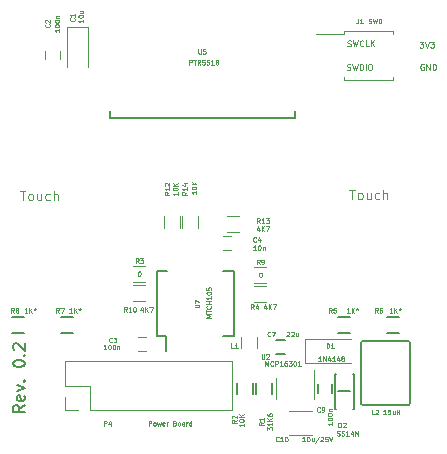
<source format=gto>
G04 #@! TF.GenerationSoftware,KiCad,Pcbnew,no-vcs-found-e797af3~59~ubuntu16.04.1*
G04 #@! TF.CreationDate,2017-07-17T09:32:25+03:00*
G04 #@! TF.ProjectId,livolo_2_channels_1way_eu_switch,6C69766F6C6F5F325F6368616E6E656C,rev?*
G04 #@! TF.SameCoordinates,Original
G04 #@! TF.FileFunction,Legend,Top*
G04 #@! TF.FilePolarity,Positive*
%FSLAX46Y46*%
G04 Gerber Fmt 4.6, Leading zero omitted, Abs format (unit mm)*
G04 Created by KiCad (PCBNEW no-vcs-found-e797af3~59~ubuntu16.04.1) date Mon Jul 17 09:32:25 2017*
%MOMM*%
%LPD*%
G01*
G04 APERTURE LIST*
%ADD10C,0.200000*%
%ADD11C,0.100000*%
%ADD12C,0.150000*%
%ADD13C,0.120000*%
%ADD14R,2.000000X0.812800*%
%ADD15R,0.500000X0.900000*%
%ADD16R,2.000000X1.000000*%
%ADD17R,4.000000X2.000000*%
%ADD18R,1.200000X2.000000*%
%ADD19R,1.200000X1.400000*%
%ADD20R,0.900000X1.200000*%
%ADD21R,0.650000X1.060000*%
%ADD22C,1.500000*%
%ADD23R,1.200000X0.750000*%
%ADD24R,0.750000X1.200000*%
%ADD25R,1.200000X0.900000*%
%ADD26R,0.900000X0.500000*%
%ADD27O,1.350000X1.350000*%
%ADD28R,1.350000X1.350000*%
%ADD29R,1.260000X1.750000*%
%ADD30R,1.000000X1.600000*%
%ADD31R,0.400000X1.200000*%
G04 APERTURE END LIST*
D10*
X127152380Y-110209523D02*
X126676190Y-110542857D01*
X127152380Y-110780952D02*
X126152380Y-110780952D01*
X126152380Y-110400000D01*
X126200000Y-110304761D01*
X126247619Y-110257142D01*
X126342857Y-110209523D01*
X126485714Y-110209523D01*
X126580952Y-110257142D01*
X126628571Y-110304761D01*
X126676190Y-110400000D01*
X126676190Y-110780952D01*
X127104761Y-109400000D02*
X127152380Y-109495238D01*
X127152380Y-109685714D01*
X127104761Y-109780952D01*
X127009523Y-109828571D01*
X126628571Y-109828571D01*
X126533333Y-109780952D01*
X126485714Y-109685714D01*
X126485714Y-109495238D01*
X126533333Y-109400000D01*
X126628571Y-109352380D01*
X126723809Y-109352380D01*
X126819047Y-109828571D01*
X126485714Y-109019047D02*
X127152380Y-108780952D01*
X126485714Y-108542857D01*
X127057142Y-108161904D02*
X127104761Y-108114285D01*
X127152380Y-108161904D01*
X127104761Y-108209523D01*
X127057142Y-108161904D01*
X127152380Y-108161904D01*
X126152380Y-106733333D02*
X126152380Y-106638095D01*
X126200000Y-106542857D01*
X126247619Y-106495238D01*
X126342857Y-106447619D01*
X126533333Y-106400000D01*
X126771428Y-106400000D01*
X126961904Y-106447619D01*
X127057142Y-106495238D01*
X127104761Y-106542857D01*
X127152380Y-106638095D01*
X127152380Y-106733333D01*
X127104761Y-106828571D01*
X127057142Y-106876190D01*
X126961904Y-106923809D01*
X126771428Y-106971428D01*
X126533333Y-106971428D01*
X126342857Y-106923809D01*
X126247619Y-106876190D01*
X126200000Y-106828571D01*
X126152380Y-106733333D01*
X127057142Y-105971428D02*
X127104761Y-105923809D01*
X127152380Y-105971428D01*
X127104761Y-106019047D01*
X127057142Y-105971428D01*
X127152380Y-105971428D01*
X126247619Y-105542857D02*
X126200000Y-105495238D01*
X126152380Y-105400000D01*
X126152380Y-105161904D01*
X126200000Y-105066666D01*
X126247619Y-105019047D01*
X126342857Y-104971428D01*
X126438095Y-104971428D01*
X126580952Y-105019047D01*
X127152380Y-105590476D01*
X127152380Y-104971428D01*
D11*
X154440476Y-81802380D02*
X154511904Y-81826190D01*
X154630952Y-81826190D01*
X154678571Y-81802380D01*
X154702380Y-81778571D01*
X154726190Y-81730952D01*
X154726190Y-81683333D01*
X154702380Y-81635714D01*
X154678571Y-81611904D01*
X154630952Y-81588095D01*
X154535714Y-81564285D01*
X154488095Y-81540476D01*
X154464285Y-81516666D01*
X154440476Y-81469047D01*
X154440476Y-81421428D01*
X154464285Y-81373809D01*
X154488095Y-81350000D01*
X154535714Y-81326190D01*
X154654761Y-81326190D01*
X154726190Y-81350000D01*
X154892857Y-81326190D02*
X155011904Y-81826190D01*
X155107142Y-81469047D01*
X155202380Y-81826190D01*
X155321428Y-81326190D01*
X155511904Y-81826190D02*
X155511904Y-81326190D01*
X155630952Y-81326190D01*
X155702380Y-81350000D01*
X155750000Y-81397619D01*
X155773809Y-81445238D01*
X155797619Y-81540476D01*
X155797619Y-81611904D01*
X155773809Y-81707142D01*
X155750000Y-81754761D01*
X155702380Y-81802380D01*
X155630952Y-81826190D01*
X155511904Y-81826190D01*
X156011904Y-81826190D02*
X156011904Y-81326190D01*
X156345238Y-81326190D02*
X156440476Y-81326190D01*
X156488095Y-81350000D01*
X156535714Y-81397619D01*
X156559523Y-81492857D01*
X156559523Y-81659523D01*
X156535714Y-81754761D01*
X156488095Y-81802380D01*
X156440476Y-81826190D01*
X156345238Y-81826190D01*
X156297619Y-81802380D01*
X156250000Y-81754761D01*
X156226190Y-81659523D01*
X156226190Y-81492857D01*
X156250000Y-81397619D01*
X156297619Y-81350000D01*
X156345238Y-81326190D01*
X160919047Y-81350000D02*
X160871428Y-81326190D01*
X160800000Y-81326190D01*
X160728571Y-81350000D01*
X160680952Y-81397619D01*
X160657142Y-81445238D01*
X160633333Y-81540476D01*
X160633333Y-81611904D01*
X160657142Y-81707142D01*
X160680952Y-81754761D01*
X160728571Y-81802380D01*
X160800000Y-81826190D01*
X160847619Y-81826190D01*
X160919047Y-81802380D01*
X160942857Y-81778571D01*
X160942857Y-81611904D01*
X160847619Y-81611904D01*
X161157142Y-81826190D02*
X161157142Y-81326190D01*
X161442857Y-81826190D01*
X161442857Y-81326190D01*
X161680952Y-81826190D02*
X161680952Y-81326190D01*
X161800000Y-81326190D01*
X161871428Y-81350000D01*
X161919047Y-81397619D01*
X161942857Y-81445238D01*
X161966666Y-81540476D01*
X161966666Y-81611904D01*
X161942857Y-81707142D01*
X161919047Y-81754761D01*
X161871428Y-81802380D01*
X161800000Y-81826190D01*
X161680952Y-81826190D01*
X154469047Y-79802380D02*
X154540476Y-79826190D01*
X154659523Y-79826190D01*
X154707142Y-79802380D01*
X154730952Y-79778571D01*
X154754761Y-79730952D01*
X154754761Y-79683333D01*
X154730952Y-79635714D01*
X154707142Y-79611904D01*
X154659523Y-79588095D01*
X154564285Y-79564285D01*
X154516666Y-79540476D01*
X154492857Y-79516666D01*
X154469047Y-79469047D01*
X154469047Y-79421428D01*
X154492857Y-79373809D01*
X154516666Y-79350000D01*
X154564285Y-79326190D01*
X154683333Y-79326190D01*
X154754761Y-79350000D01*
X154921428Y-79326190D02*
X155040476Y-79826190D01*
X155135714Y-79469047D01*
X155230952Y-79826190D01*
X155350000Y-79326190D01*
X155826190Y-79778571D02*
X155802380Y-79802380D01*
X155730952Y-79826190D01*
X155683333Y-79826190D01*
X155611904Y-79802380D01*
X155564285Y-79754761D01*
X155540476Y-79707142D01*
X155516666Y-79611904D01*
X155516666Y-79540476D01*
X155540476Y-79445238D01*
X155564285Y-79397619D01*
X155611904Y-79350000D01*
X155683333Y-79326190D01*
X155730952Y-79326190D01*
X155802380Y-79350000D01*
X155826190Y-79373809D01*
X156278571Y-79826190D02*
X156040476Y-79826190D01*
X156040476Y-79326190D01*
X156445238Y-79826190D02*
X156445238Y-79326190D01*
X156730952Y-79826190D02*
X156516666Y-79540476D01*
X156730952Y-79326190D02*
X156445238Y-79611904D01*
X160580952Y-79426190D02*
X160890476Y-79426190D01*
X160723809Y-79616666D01*
X160795238Y-79616666D01*
X160842857Y-79640476D01*
X160866666Y-79664285D01*
X160890476Y-79711904D01*
X160890476Y-79830952D01*
X160866666Y-79878571D01*
X160842857Y-79902380D01*
X160795238Y-79926190D01*
X160652380Y-79926190D01*
X160604761Y-79902380D01*
X160580952Y-79878571D01*
X161033333Y-79426190D02*
X161200000Y-79926190D01*
X161366666Y-79426190D01*
X161485714Y-79426190D02*
X161795238Y-79426190D01*
X161628571Y-79616666D01*
X161700000Y-79616666D01*
X161747619Y-79640476D01*
X161771428Y-79664285D01*
X161795238Y-79711904D01*
X161795238Y-79830952D01*
X161771428Y-79878571D01*
X161747619Y-79902380D01*
X161700000Y-79926190D01*
X161557142Y-79926190D01*
X161509523Y-79902380D01*
X161485714Y-79878571D01*
D12*
X134374400Y-85929200D02*
X134374400Y-85270074D01*
X149995400Y-85929200D02*
X134374156Y-85929200D01*
X149995400Y-85294200D02*
X149995400Y-85929707D01*
D13*
X147600000Y-101480000D02*
X146600000Y-101480000D01*
X146600000Y-100120000D02*
X147600000Y-100120000D01*
X147600000Y-99880000D02*
X146600000Y-99880000D01*
X146600000Y-98520000D02*
X147600000Y-98520000D01*
X137350000Y-101380000D02*
X136350000Y-101380000D01*
X136350000Y-100020000D02*
X137350000Y-100020000D01*
X137350000Y-99780000D02*
X136350000Y-99780000D01*
X136350000Y-98420000D02*
X137350000Y-98420000D01*
X151775000Y-78800000D02*
X154215000Y-78800000D01*
X158335000Y-82660000D02*
X158335000Y-82400000D01*
X154215000Y-82660000D02*
X158335000Y-82660000D01*
X154215000Y-82400000D02*
X154215000Y-82660000D01*
X158335000Y-78540000D02*
X158335000Y-78800000D01*
X154215000Y-78540000D02*
X158335000Y-78540000D01*
X154215000Y-78800000D02*
X154215000Y-78540000D01*
D12*
X155600000Y-110075000D02*
X155775000Y-110200000D01*
X159800000Y-110050000D02*
X159675000Y-110200000D01*
X159675000Y-110200000D02*
X155800000Y-110200000D01*
X159800000Y-104850000D02*
X159600000Y-104750000D01*
X159800000Y-110050000D02*
X159800000Y-104850000D01*
X155800000Y-104750000D02*
X159600000Y-104750000D01*
X155600000Y-110075000D02*
X155600000Y-104875000D01*
X155600000Y-104875000D02*
X155800000Y-104750000D01*
D10*
X154700000Y-109000000D02*
X153700000Y-109000000D01*
D12*
X155000000Y-110500000D02*
X154900000Y-110500000D01*
X155000000Y-107600000D02*
X155000000Y-110500000D01*
X153400000Y-107600000D02*
X153400000Y-110501723D01*
X153500000Y-110500000D02*
X153400000Y-110500000D01*
X153500000Y-107600000D02*
X153400000Y-107600000D01*
X155000000Y-107600000D02*
X154900000Y-107600000D01*
X145125000Y-109300000D02*
X145125000Y-108300000D01*
X146475000Y-108300000D02*
X146475000Y-109300000D01*
D13*
X151610000Y-109700000D02*
X151610000Y-107250000D01*
X148390000Y-107900000D02*
X148390000Y-109700000D01*
D12*
X148450000Y-104700000D02*
X149150000Y-104700000D01*
X149150000Y-105900000D02*
X148450000Y-105900000D01*
X152000000Y-109150000D02*
X152000000Y-108450000D01*
X153200000Y-108450000D02*
X153200000Y-109150000D01*
D13*
X150850000Y-104600000D02*
X154750000Y-104600000D01*
X150850000Y-106600000D02*
X154750000Y-106600000D01*
X150850000Y-104600000D02*
X150850000Y-106600000D01*
D12*
X148075000Y-108300000D02*
X148075000Y-109300000D01*
X146725000Y-109300000D02*
X146725000Y-108300000D01*
X153700000Y-102725000D02*
X154700000Y-102725000D01*
X154700000Y-104075000D02*
X153700000Y-104075000D01*
X158800000Y-104075000D02*
X157800000Y-104075000D01*
X157800000Y-102725000D02*
X158800000Y-102725000D01*
X131200000Y-104075000D02*
X130200000Y-104075000D01*
X130200000Y-102725000D02*
X131200000Y-102725000D01*
X126100000Y-102725000D02*
X127100000Y-102725000D01*
X127100000Y-104075000D02*
X126100000Y-104075000D01*
D13*
X145420000Y-105400000D02*
X145420000Y-104400000D01*
X146780000Y-104400000D02*
X146780000Y-105400000D01*
X130590000Y-110610000D02*
X130590000Y-109550000D01*
X131650000Y-110610000D02*
X130590000Y-110610000D01*
X132650000Y-108550000D02*
X132650000Y-110610000D01*
X130590000Y-108550000D02*
X132650000Y-108550000D01*
X130590000Y-106490000D02*
X130590000Y-108550000D01*
X144710000Y-106490000D02*
X130590000Y-106490000D01*
X144710000Y-110610000D02*
X144710000Y-106490000D01*
X132650000Y-110610000D02*
X144710000Y-110610000D01*
X132500000Y-78150000D02*
X130700000Y-78150000D01*
X130700000Y-78150000D02*
X130700000Y-81600000D01*
X132500000Y-78150000D02*
X132500000Y-81600000D01*
X130100000Y-80200000D02*
X130100000Y-80900000D01*
X128900000Y-80900000D02*
X128900000Y-80200000D01*
X149500000Y-112720000D02*
X151500000Y-112720000D01*
X151500000Y-110680000D02*
X149500000Y-110680000D01*
X136750000Y-104400000D02*
X137450000Y-104400000D01*
X137450000Y-105600000D02*
X136750000Y-105600000D01*
X144650000Y-97100000D02*
X143950000Y-97100000D01*
X143950000Y-95900000D02*
X144650000Y-95900000D01*
X138920000Y-95200000D02*
X138920000Y-94200000D01*
X140280000Y-94200000D02*
X140280000Y-95200000D01*
X144300000Y-94220000D02*
X145300000Y-94220000D01*
X145300000Y-95580000D02*
X144300000Y-95580000D01*
X141780000Y-94200000D02*
X141780000Y-95200000D01*
X140420000Y-95200000D02*
X140420000Y-94200000D01*
D12*
X139125000Y-104375000D02*
X139125000Y-105650000D01*
X144875000Y-104375000D02*
X144875000Y-98825000D01*
X138325000Y-104375000D02*
X138325000Y-98825000D01*
X144875000Y-104375000D02*
X143975000Y-104375000D01*
X144875000Y-98825000D02*
X143975000Y-98825000D01*
X138325000Y-98825000D02*
X139225000Y-98825000D01*
X138325000Y-104375000D02*
X139125000Y-104375000D01*
D11*
X141842038Y-80071352D02*
X141842038Y-80395161D01*
X141861085Y-80433257D01*
X141880133Y-80452304D01*
X141918228Y-80471352D01*
X141994419Y-80471352D01*
X142032514Y-80452304D01*
X142051561Y-80433257D01*
X142070609Y-80395161D01*
X142070609Y-80071352D01*
X142451561Y-80071352D02*
X142261085Y-80071352D01*
X142242038Y-80261828D01*
X142261085Y-80242780D01*
X142299180Y-80223733D01*
X142394419Y-80223733D01*
X142432514Y-80242780D01*
X142451561Y-80261828D01*
X142470609Y-80299923D01*
X142470609Y-80395161D01*
X142451561Y-80433257D01*
X142432514Y-80452304D01*
X142394419Y-80471352D01*
X142299180Y-80471352D01*
X142261085Y-80452304D01*
X142242038Y-80433257D01*
X141080952Y-81380952D02*
X141080952Y-80980952D01*
X141233333Y-80980952D01*
X141271428Y-81000000D01*
X141290476Y-81019047D01*
X141309523Y-81057142D01*
X141309523Y-81114285D01*
X141290476Y-81152380D01*
X141271428Y-81171428D01*
X141233333Y-81190476D01*
X141080952Y-81190476D01*
X141423809Y-80980952D02*
X141652380Y-80980952D01*
X141538095Y-81380952D02*
X141538095Y-80980952D01*
X142014285Y-81380952D02*
X141880952Y-81190476D01*
X141785714Y-81380952D02*
X141785714Y-80980952D01*
X141938095Y-80980952D01*
X141976190Y-81000000D01*
X141995238Y-81019047D01*
X142014285Y-81057142D01*
X142014285Y-81114285D01*
X141995238Y-81152380D01*
X141976190Y-81171428D01*
X141938095Y-81190476D01*
X141785714Y-81190476D01*
X142376190Y-80980952D02*
X142185714Y-80980952D01*
X142166666Y-81171428D01*
X142185714Y-81152380D01*
X142223809Y-81133333D01*
X142319047Y-81133333D01*
X142357142Y-81152380D01*
X142376190Y-81171428D01*
X142395238Y-81209523D01*
X142395238Y-81304761D01*
X142376190Y-81342857D01*
X142357142Y-81361904D01*
X142319047Y-81380952D01*
X142223809Y-81380952D01*
X142185714Y-81361904D01*
X142166666Y-81342857D01*
X142757142Y-80980952D02*
X142566666Y-80980952D01*
X142547619Y-81171428D01*
X142566666Y-81152380D01*
X142604761Y-81133333D01*
X142700000Y-81133333D01*
X142738095Y-81152380D01*
X142757142Y-81171428D01*
X142776190Y-81209523D01*
X142776190Y-81304761D01*
X142757142Y-81342857D01*
X142738095Y-81361904D01*
X142700000Y-81380952D01*
X142604761Y-81380952D01*
X142566666Y-81361904D01*
X142547619Y-81342857D01*
X143157142Y-81380952D02*
X142928571Y-81380952D01*
X143042857Y-81380952D02*
X143042857Y-80980952D01*
X143004761Y-81038095D01*
X142966666Y-81076190D01*
X142928571Y-81095238D01*
X143385714Y-81152380D02*
X143347619Y-81133333D01*
X143328571Y-81114285D01*
X143309523Y-81076190D01*
X143309523Y-81057142D01*
X143328571Y-81019047D01*
X143347619Y-81000000D01*
X143385714Y-80980952D01*
X143461904Y-80980952D01*
X143500000Y-81000000D01*
X143519047Y-81019047D01*
X143538095Y-81057142D01*
X143538095Y-81076190D01*
X143519047Y-81114285D01*
X143500000Y-81133333D01*
X143461904Y-81152380D01*
X143385714Y-81152380D01*
X143347619Y-81171428D01*
X143328571Y-81190476D01*
X143309523Y-81228571D01*
X143309523Y-81304761D01*
X143328571Y-81342857D01*
X143347619Y-81361904D01*
X143385714Y-81380952D01*
X143461904Y-81380952D01*
X143500000Y-81361904D01*
X143519047Y-81342857D01*
X143538095Y-81304761D01*
X143538095Y-81228571D01*
X143519047Y-81190476D01*
X143500000Y-81171428D01*
X143461904Y-81152380D01*
X146533333Y-102080952D02*
X146400000Y-101890476D01*
X146304761Y-102080952D02*
X146304761Y-101680952D01*
X146457142Y-101680952D01*
X146495238Y-101700000D01*
X146514285Y-101719047D01*
X146533333Y-101757142D01*
X146533333Y-101814285D01*
X146514285Y-101852380D01*
X146495238Y-101871428D01*
X146457142Y-101890476D01*
X146304761Y-101890476D01*
X146876190Y-101814285D02*
X146876190Y-102080952D01*
X146780952Y-101661904D02*
X146685714Y-101947619D01*
X146933333Y-101947619D01*
X147585714Y-101814285D02*
X147585714Y-102080952D01*
X147490476Y-101661904D02*
X147395238Y-101947619D01*
X147642857Y-101947619D01*
X147795238Y-102080952D02*
X147795238Y-101680952D01*
X148023809Y-102080952D02*
X147852380Y-101852380D01*
X148023809Y-101680952D02*
X147795238Y-101909523D01*
X148157142Y-101680952D02*
X148423809Y-101680952D01*
X148252380Y-102080952D01*
X147033333Y-98280952D02*
X146900000Y-98090476D01*
X146804761Y-98280952D02*
X146804761Y-97880952D01*
X146957142Y-97880952D01*
X146995238Y-97900000D01*
X147014285Y-97919047D01*
X147033333Y-97957142D01*
X147033333Y-98014285D01*
X147014285Y-98052380D01*
X146995238Y-98071428D01*
X146957142Y-98090476D01*
X146804761Y-98090476D01*
X147223809Y-98280952D02*
X147300000Y-98280952D01*
X147338095Y-98261904D01*
X147357142Y-98242857D01*
X147395238Y-98185714D01*
X147414285Y-98109523D01*
X147414285Y-97957142D01*
X147395238Y-97919047D01*
X147376190Y-97900000D01*
X147338095Y-97880952D01*
X147261904Y-97880952D01*
X147223809Y-97900000D01*
X147204761Y-97919047D01*
X147185714Y-97957142D01*
X147185714Y-98052380D01*
X147204761Y-98090476D01*
X147223809Y-98109523D01*
X147261904Y-98128571D01*
X147338095Y-98128571D01*
X147376190Y-98109523D01*
X147395238Y-98090476D01*
X147414285Y-98052380D01*
X147080952Y-98980952D02*
X147119047Y-98980952D01*
X147157142Y-99000000D01*
X147176190Y-99019047D01*
X147195238Y-99057142D01*
X147214285Y-99133333D01*
X147214285Y-99228571D01*
X147195238Y-99304761D01*
X147176190Y-99342857D01*
X147157142Y-99361904D01*
X147119047Y-99380952D01*
X147080952Y-99380952D01*
X147042857Y-99361904D01*
X147023809Y-99342857D01*
X147004761Y-99304761D01*
X146985714Y-99228571D01*
X146985714Y-99133333D01*
X147004761Y-99057142D01*
X147023809Y-99019047D01*
X147042857Y-99000000D01*
X147080952Y-98980952D01*
X135792857Y-102280952D02*
X135659523Y-102090476D01*
X135564285Y-102280952D02*
X135564285Y-101880952D01*
X135716666Y-101880952D01*
X135754761Y-101900000D01*
X135773809Y-101919047D01*
X135792857Y-101957142D01*
X135792857Y-102014285D01*
X135773809Y-102052380D01*
X135754761Y-102071428D01*
X135716666Y-102090476D01*
X135564285Y-102090476D01*
X136173809Y-102280952D02*
X135945238Y-102280952D01*
X136059523Y-102280952D02*
X136059523Y-101880952D01*
X136021428Y-101938095D01*
X135983333Y-101976190D01*
X135945238Y-101995238D01*
X136421428Y-101880952D02*
X136459523Y-101880952D01*
X136497619Y-101900000D01*
X136516666Y-101919047D01*
X136535714Y-101957142D01*
X136554761Y-102033333D01*
X136554761Y-102128571D01*
X136535714Y-102204761D01*
X136516666Y-102242857D01*
X136497619Y-102261904D01*
X136459523Y-102280952D01*
X136421428Y-102280952D01*
X136383333Y-102261904D01*
X136364285Y-102242857D01*
X136345238Y-102204761D01*
X136326190Y-102128571D01*
X136326190Y-102033333D01*
X136345238Y-101957142D01*
X136364285Y-101919047D01*
X136383333Y-101900000D01*
X136421428Y-101880952D01*
X137135714Y-102014285D02*
X137135714Y-102280952D01*
X137040476Y-101861904D02*
X136945238Y-102147619D01*
X137192857Y-102147619D01*
X137345238Y-102280952D02*
X137345238Y-101880952D01*
X137573809Y-102280952D02*
X137402380Y-102052380D01*
X137573809Y-101880952D02*
X137345238Y-102109523D01*
X137707142Y-101880952D02*
X137973809Y-101880952D01*
X137802380Y-102280952D01*
X136783333Y-98180952D02*
X136650000Y-97990476D01*
X136554761Y-98180952D02*
X136554761Y-97780952D01*
X136707142Y-97780952D01*
X136745238Y-97800000D01*
X136764285Y-97819047D01*
X136783333Y-97857142D01*
X136783333Y-97914285D01*
X136764285Y-97952380D01*
X136745238Y-97971428D01*
X136707142Y-97990476D01*
X136554761Y-97990476D01*
X136916666Y-97780952D02*
X137164285Y-97780952D01*
X137030952Y-97933333D01*
X137088095Y-97933333D01*
X137126190Y-97952380D01*
X137145238Y-97971428D01*
X137164285Y-98009523D01*
X137164285Y-98104761D01*
X137145238Y-98142857D01*
X137126190Y-98161904D01*
X137088095Y-98180952D01*
X136973809Y-98180952D01*
X136935714Y-98161904D01*
X136916666Y-98142857D01*
X136830952Y-98880952D02*
X136869047Y-98880952D01*
X136907142Y-98900000D01*
X136926190Y-98919047D01*
X136945238Y-98957142D01*
X136964285Y-99033333D01*
X136964285Y-99128571D01*
X136945238Y-99204761D01*
X136926190Y-99242857D01*
X136907142Y-99261904D01*
X136869047Y-99280952D01*
X136830952Y-99280952D01*
X136792857Y-99261904D01*
X136773809Y-99242857D01*
X136754761Y-99204761D01*
X136735714Y-99128571D01*
X136735714Y-99033333D01*
X136754761Y-98957142D01*
X136773809Y-98919047D01*
X136792857Y-98900000D01*
X136830952Y-98880952D01*
X155366666Y-77480952D02*
X155366666Y-77766666D01*
X155347619Y-77823809D01*
X155309523Y-77861904D01*
X155252380Y-77880952D01*
X155214285Y-77880952D01*
X155766666Y-77880952D02*
X155538095Y-77880952D01*
X155652380Y-77880952D02*
X155652380Y-77480952D01*
X155614285Y-77538095D01*
X155576190Y-77576190D01*
X155538095Y-77595238D01*
X156257142Y-77861904D02*
X156314285Y-77880952D01*
X156409523Y-77880952D01*
X156447619Y-77861904D01*
X156466666Y-77842857D01*
X156485714Y-77804761D01*
X156485714Y-77766666D01*
X156466666Y-77728571D01*
X156447619Y-77709523D01*
X156409523Y-77690476D01*
X156333333Y-77671428D01*
X156295238Y-77652380D01*
X156276190Y-77633333D01*
X156257142Y-77595238D01*
X156257142Y-77557142D01*
X156276190Y-77519047D01*
X156295238Y-77500000D01*
X156333333Y-77480952D01*
X156428571Y-77480952D01*
X156485714Y-77500000D01*
X156619047Y-77480952D02*
X156714285Y-77880952D01*
X156790476Y-77595238D01*
X156866666Y-77880952D01*
X156961904Y-77480952D01*
X157114285Y-77880952D02*
X157114285Y-77480952D01*
X157209523Y-77480952D01*
X157266666Y-77500000D01*
X157304761Y-77538095D01*
X157323809Y-77576190D01*
X157342857Y-77652380D01*
X157342857Y-77709523D01*
X157323809Y-77785714D01*
X157304761Y-77823809D01*
X157266666Y-77861904D01*
X157209523Y-77880952D01*
X157114285Y-77880952D01*
X156733333Y-110980952D02*
X156542857Y-110980952D01*
X156542857Y-110580952D01*
X156847619Y-110619047D02*
X156866666Y-110600000D01*
X156904761Y-110580952D01*
X157000000Y-110580952D01*
X157038095Y-110600000D01*
X157057142Y-110619047D01*
X157076190Y-110657142D01*
X157076190Y-110695238D01*
X157057142Y-110752380D01*
X156828571Y-110980952D01*
X157076190Y-110980952D01*
X157733333Y-110980952D02*
X157504761Y-110980952D01*
X157619047Y-110980952D02*
X157619047Y-110580952D01*
X157580952Y-110638095D01*
X157542857Y-110676190D01*
X157504761Y-110695238D01*
X158095238Y-110580952D02*
X157904761Y-110580952D01*
X157885714Y-110771428D01*
X157904761Y-110752380D01*
X157942857Y-110733333D01*
X158038095Y-110733333D01*
X158076190Y-110752380D01*
X158095238Y-110771428D01*
X158114285Y-110809523D01*
X158114285Y-110904761D01*
X158095238Y-110942857D01*
X158076190Y-110961904D01*
X158038095Y-110980952D01*
X157942857Y-110980952D01*
X157904761Y-110961904D01*
X157885714Y-110942857D01*
X158457142Y-110714285D02*
X158457142Y-110980952D01*
X158285714Y-110714285D02*
X158285714Y-110923809D01*
X158304761Y-110961904D01*
X158342857Y-110980952D01*
X158400000Y-110980952D01*
X158438095Y-110961904D01*
X158457142Y-110942857D01*
X158647619Y-110980952D02*
X158647619Y-110580952D01*
X158647619Y-110771428D02*
X158876190Y-110771428D01*
X158876190Y-110980952D02*
X158876190Y-110580952D01*
X153704761Y-112080952D02*
X153704761Y-111680952D01*
X153800000Y-111680952D01*
X153857142Y-111700000D01*
X153895238Y-111738095D01*
X153914285Y-111776190D01*
X153933333Y-111852380D01*
X153933333Y-111909523D01*
X153914285Y-111985714D01*
X153895238Y-112023809D01*
X153857142Y-112061904D01*
X153800000Y-112080952D01*
X153704761Y-112080952D01*
X154085714Y-111719047D02*
X154104761Y-111700000D01*
X154142857Y-111680952D01*
X154238095Y-111680952D01*
X154276190Y-111700000D01*
X154295238Y-111719047D01*
X154314285Y-111757142D01*
X154314285Y-111795238D01*
X154295238Y-111852380D01*
X154066666Y-112080952D01*
X154314285Y-112080952D01*
X153585714Y-112761904D02*
X153642857Y-112780952D01*
X153738095Y-112780952D01*
X153776190Y-112761904D01*
X153795238Y-112742857D01*
X153814285Y-112704761D01*
X153814285Y-112666666D01*
X153795238Y-112628571D01*
X153776190Y-112609523D01*
X153738095Y-112590476D01*
X153661904Y-112571428D01*
X153623809Y-112552380D01*
X153604761Y-112533333D01*
X153585714Y-112495238D01*
X153585714Y-112457142D01*
X153604761Y-112419047D01*
X153623809Y-112400000D01*
X153661904Y-112380952D01*
X153757142Y-112380952D01*
X153814285Y-112400000D01*
X153966666Y-112761904D02*
X154023809Y-112780952D01*
X154119047Y-112780952D01*
X154157142Y-112761904D01*
X154176190Y-112742857D01*
X154195238Y-112704761D01*
X154195238Y-112666666D01*
X154176190Y-112628571D01*
X154157142Y-112609523D01*
X154119047Y-112590476D01*
X154042857Y-112571428D01*
X154004761Y-112552380D01*
X153985714Y-112533333D01*
X153966666Y-112495238D01*
X153966666Y-112457142D01*
X153985714Y-112419047D01*
X154004761Y-112400000D01*
X154042857Y-112380952D01*
X154138095Y-112380952D01*
X154195238Y-112400000D01*
X154576190Y-112780952D02*
X154347619Y-112780952D01*
X154461904Y-112780952D02*
X154461904Y-112380952D01*
X154423809Y-112438095D01*
X154385714Y-112476190D01*
X154347619Y-112495238D01*
X154919047Y-112514285D02*
X154919047Y-112780952D01*
X154823809Y-112361904D02*
X154728571Y-112647619D01*
X154976190Y-112647619D01*
X155128571Y-112780952D02*
X155128571Y-112380952D01*
X155261904Y-112666666D01*
X155395238Y-112380952D01*
X155395238Y-112780952D01*
X145080952Y-111466666D02*
X144890476Y-111600000D01*
X145080952Y-111695238D02*
X144680952Y-111695238D01*
X144680952Y-111542857D01*
X144700000Y-111504761D01*
X144719047Y-111485714D01*
X144757142Y-111466666D01*
X144814285Y-111466666D01*
X144852380Y-111485714D01*
X144871428Y-111504761D01*
X144890476Y-111542857D01*
X144890476Y-111695238D01*
X144719047Y-111314285D02*
X144700000Y-111295238D01*
X144680952Y-111257142D01*
X144680952Y-111161904D01*
X144700000Y-111123809D01*
X144719047Y-111104761D01*
X144757142Y-111085714D01*
X144795238Y-111085714D01*
X144852380Y-111104761D01*
X145080952Y-111333333D01*
X145080952Y-111085714D01*
X145680952Y-111776190D02*
X145680952Y-112004761D01*
X145680952Y-111890476D02*
X145280952Y-111890476D01*
X145338095Y-111928571D01*
X145376190Y-111966666D01*
X145395238Y-112004761D01*
X145280952Y-111528571D02*
X145280952Y-111490476D01*
X145300000Y-111452380D01*
X145319047Y-111433333D01*
X145357142Y-111414285D01*
X145433333Y-111395238D01*
X145528571Y-111395238D01*
X145604761Y-111414285D01*
X145642857Y-111433333D01*
X145661904Y-111452380D01*
X145680952Y-111490476D01*
X145680952Y-111528571D01*
X145661904Y-111566666D01*
X145642857Y-111585714D01*
X145604761Y-111604761D01*
X145528571Y-111623809D01*
X145433333Y-111623809D01*
X145357142Y-111604761D01*
X145319047Y-111585714D01*
X145300000Y-111566666D01*
X145280952Y-111528571D01*
X145680952Y-111223809D02*
X145280952Y-111223809D01*
X145680952Y-110995238D02*
X145452380Y-111166666D01*
X145280952Y-110995238D02*
X145509523Y-111223809D01*
X147195238Y-105880952D02*
X147195238Y-106204761D01*
X147214285Y-106242857D01*
X147233333Y-106261904D01*
X147271428Y-106280952D01*
X147347619Y-106280952D01*
X147385714Y-106261904D01*
X147404761Y-106242857D01*
X147423809Y-106204761D01*
X147423809Y-105880952D01*
X147595238Y-105919047D02*
X147614285Y-105900000D01*
X147652380Y-105880952D01*
X147747619Y-105880952D01*
X147785714Y-105900000D01*
X147804761Y-105919047D01*
X147823809Y-105957142D01*
X147823809Y-105995238D01*
X147804761Y-106052380D01*
X147576190Y-106280952D01*
X147823809Y-106280952D01*
X147514285Y-106880952D02*
X147514285Y-106480952D01*
X147647619Y-106766666D01*
X147780952Y-106480952D01*
X147780952Y-106880952D01*
X148200000Y-106842857D02*
X148180952Y-106861904D01*
X148123809Y-106880952D01*
X148085714Y-106880952D01*
X148028571Y-106861904D01*
X147990476Y-106823809D01*
X147971428Y-106785714D01*
X147952380Y-106709523D01*
X147952380Y-106652380D01*
X147971428Y-106576190D01*
X147990476Y-106538095D01*
X148028571Y-106500000D01*
X148085714Y-106480952D01*
X148123809Y-106480952D01*
X148180952Y-106500000D01*
X148200000Y-106519047D01*
X148371428Y-106880952D02*
X148371428Y-106480952D01*
X148523809Y-106480952D01*
X148561904Y-106500000D01*
X148580952Y-106519047D01*
X148600000Y-106557142D01*
X148600000Y-106614285D01*
X148580952Y-106652380D01*
X148561904Y-106671428D01*
X148523809Y-106690476D01*
X148371428Y-106690476D01*
X148980952Y-106880952D02*
X148752380Y-106880952D01*
X148866666Y-106880952D02*
X148866666Y-106480952D01*
X148828571Y-106538095D01*
X148790476Y-106576190D01*
X148752380Y-106595238D01*
X149323809Y-106480952D02*
X149247619Y-106480952D01*
X149209523Y-106500000D01*
X149190476Y-106519047D01*
X149152380Y-106576190D01*
X149133333Y-106652380D01*
X149133333Y-106804761D01*
X149152380Y-106842857D01*
X149171428Y-106861904D01*
X149209523Y-106880952D01*
X149285714Y-106880952D01*
X149323809Y-106861904D01*
X149342857Y-106842857D01*
X149361904Y-106804761D01*
X149361904Y-106709523D01*
X149342857Y-106671428D01*
X149323809Y-106652380D01*
X149285714Y-106633333D01*
X149209523Y-106633333D01*
X149171428Y-106652380D01*
X149152380Y-106671428D01*
X149133333Y-106709523D01*
X149495238Y-106480952D02*
X149742857Y-106480952D01*
X149609523Y-106633333D01*
X149666666Y-106633333D01*
X149704761Y-106652380D01*
X149723809Y-106671428D01*
X149742857Y-106709523D01*
X149742857Y-106804761D01*
X149723809Y-106842857D01*
X149704761Y-106861904D01*
X149666666Y-106880952D01*
X149552380Y-106880952D01*
X149514285Y-106861904D01*
X149495238Y-106842857D01*
X149990476Y-106480952D02*
X150028571Y-106480952D01*
X150066666Y-106500000D01*
X150085714Y-106519047D01*
X150104761Y-106557142D01*
X150123809Y-106633333D01*
X150123809Y-106728571D01*
X150104761Y-106804761D01*
X150085714Y-106842857D01*
X150066666Y-106861904D01*
X150028571Y-106880952D01*
X149990476Y-106880952D01*
X149952380Y-106861904D01*
X149933333Y-106842857D01*
X149914285Y-106804761D01*
X149895238Y-106728571D01*
X149895238Y-106633333D01*
X149914285Y-106557142D01*
X149933333Y-106519047D01*
X149952380Y-106500000D01*
X149990476Y-106480952D01*
X150504761Y-106880952D02*
X150276190Y-106880952D01*
X150390476Y-106880952D02*
X150390476Y-106480952D01*
X150352380Y-106538095D01*
X150314285Y-106576190D01*
X150276190Y-106595238D01*
X147933333Y-104342857D02*
X147914285Y-104361904D01*
X147857142Y-104380952D01*
X147819047Y-104380952D01*
X147761904Y-104361904D01*
X147723809Y-104323809D01*
X147704761Y-104285714D01*
X147685714Y-104209523D01*
X147685714Y-104152380D01*
X147704761Y-104076190D01*
X147723809Y-104038095D01*
X147761904Y-104000000D01*
X147819047Y-103980952D01*
X147857142Y-103980952D01*
X147914285Y-104000000D01*
X147933333Y-104019047D01*
X148066666Y-103980952D02*
X148333333Y-103980952D01*
X148161904Y-104380952D01*
X149314285Y-104019047D02*
X149333333Y-104000000D01*
X149371428Y-103980952D01*
X149466666Y-103980952D01*
X149504761Y-104000000D01*
X149523809Y-104019047D01*
X149542857Y-104057142D01*
X149542857Y-104095238D01*
X149523809Y-104152380D01*
X149295238Y-104380952D01*
X149542857Y-104380952D01*
X149695238Y-104019047D02*
X149714285Y-104000000D01*
X149752380Y-103980952D01*
X149847619Y-103980952D01*
X149885714Y-104000000D01*
X149904761Y-104019047D01*
X149923809Y-104057142D01*
X149923809Y-104095238D01*
X149904761Y-104152380D01*
X149676190Y-104380952D01*
X149923809Y-104380952D01*
X150266666Y-104114285D02*
X150266666Y-104380952D01*
X150095238Y-104114285D02*
X150095238Y-104323809D01*
X150114285Y-104361904D01*
X150152380Y-104380952D01*
X150209523Y-104380952D01*
X150247619Y-104361904D01*
X150266666Y-104342857D01*
X152133333Y-110742857D02*
X152114285Y-110761904D01*
X152057142Y-110780952D01*
X152019047Y-110780952D01*
X151961904Y-110761904D01*
X151923809Y-110723809D01*
X151904761Y-110685714D01*
X151885714Y-110609523D01*
X151885714Y-110552380D01*
X151904761Y-110476190D01*
X151923809Y-110438095D01*
X151961904Y-110400000D01*
X152019047Y-110380952D01*
X152057142Y-110380952D01*
X152114285Y-110400000D01*
X152133333Y-110419047D01*
X152323809Y-110780952D02*
X152400000Y-110780952D01*
X152438095Y-110761904D01*
X152457142Y-110742857D01*
X152495238Y-110685714D01*
X152514285Y-110609523D01*
X152514285Y-110457142D01*
X152495238Y-110419047D01*
X152476190Y-110400000D01*
X152438095Y-110380952D01*
X152361904Y-110380952D01*
X152323809Y-110400000D01*
X152304761Y-110419047D01*
X152285714Y-110457142D01*
X152285714Y-110552380D01*
X152304761Y-110590476D01*
X152323809Y-110609523D01*
X152361904Y-110628571D01*
X152438095Y-110628571D01*
X152476190Y-110609523D01*
X152495238Y-110590476D01*
X152514285Y-110552380D01*
X153180952Y-111647619D02*
X153180952Y-111876190D01*
X153180952Y-111761904D02*
X152780952Y-111761904D01*
X152838095Y-111800000D01*
X152876190Y-111838095D01*
X152895238Y-111876190D01*
X152780952Y-111400000D02*
X152780952Y-111361904D01*
X152800000Y-111323809D01*
X152819047Y-111304761D01*
X152857142Y-111285714D01*
X152933333Y-111266666D01*
X153028571Y-111266666D01*
X153104761Y-111285714D01*
X153142857Y-111304761D01*
X153161904Y-111323809D01*
X153180952Y-111361904D01*
X153180952Y-111400000D01*
X153161904Y-111438095D01*
X153142857Y-111457142D01*
X153104761Y-111476190D01*
X153028571Y-111495238D01*
X152933333Y-111495238D01*
X152857142Y-111476190D01*
X152819047Y-111457142D01*
X152800000Y-111438095D01*
X152780952Y-111400000D01*
X152780952Y-111019047D02*
X152780952Y-110980952D01*
X152800000Y-110942857D01*
X152819047Y-110923809D01*
X152857142Y-110904761D01*
X152933333Y-110885714D01*
X153028571Y-110885714D01*
X153104761Y-110904761D01*
X153142857Y-110923809D01*
X153161904Y-110942857D01*
X153180952Y-110980952D01*
X153180952Y-111019047D01*
X153161904Y-111057142D01*
X153142857Y-111076190D01*
X153104761Y-111095238D01*
X153028571Y-111114285D01*
X152933333Y-111114285D01*
X152857142Y-111095238D01*
X152819047Y-111076190D01*
X152800000Y-111057142D01*
X152780952Y-111019047D01*
X152914285Y-110714285D02*
X153180952Y-110714285D01*
X152952380Y-110714285D02*
X152933333Y-110695238D01*
X152914285Y-110657142D01*
X152914285Y-110600000D01*
X152933333Y-110561904D01*
X152971428Y-110542857D01*
X153180952Y-110542857D01*
X152704761Y-105380952D02*
X152704761Y-104980952D01*
X152800000Y-104980952D01*
X152857142Y-105000000D01*
X152895238Y-105038095D01*
X152914285Y-105076190D01*
X152933333Y-105152380D01*
X152933333Y-105209523D01*
X152914285Y-105285714D01*
X152895238Y-105323809D01*
X152857142Y-105361904D01*
X152800000Y-105380952D01*
X152704761Y-105380952D01*
X153314285Y-105380952D02*
X153085714Y-105380952D01*
X153200000Y-105380952D02*
X153200000Y-104980952D01*
X153161904Y-105038095D01*
X153123809Y-105076190D01*
X153085714Y-105095238D01*
X152242857Y-106480952D02*
X152014285Y-106480952D01*
X152128571Y-106480952D02*
X152128571Y-106080952D01*
X152090476Y-106138095D01*
X152052380Y-106176190D01*
X152014285Y-106195238D01*
X152414285Y-106480952D02*
X152414285Y-106080952D01*
X152642857Y-106480952D01*
X152642857Y-106080952D01*
X153004761Y-106214285D02*
X153004761Y-106480952D01*
X152909523Y-106061904D02*
X152814285Y-106347619D01*
X153061904Y-106347619D01*
X153423809Y-106480952D02*
X153195238Y-106480952D01*
X153309523Y-106480952D02*
X153309523Y-106080952D01*
X153271428Y-106138095D01*
X153233333Y-106176190D01*
X153195238Y-106195238D01*
X153766666Y-106214285D02*
X153766666Y-106480952D01*
X153671428Y-106061904D02*
X153576190Y-106347619D01*
X153823809Y-106347619D01*
X154033333Y-106252380D02*
X153995238Y-106233333D01*
X153976190Y-106214285D01*
X153957142Y-106176190D01*
X153957142Y-106157142D01*
X153976190Y-106119047D01*
X153995238Y-106100000D01*
X154033333Y-106080952D01*
X154109523Y-106080952D01*
X154147619Y-106100000D01*
X154166666Y-106119047D01*
X154185714Y-106157142D01*
X154185714Y-106176190D01*
X154166666Y-106214285D01*
X154147619Y-106233333D01*
X154109523Y-106252380D01*
X154033333Y-106252380D01*
X153995238Y-106271428D01*
X153976190Y-106290476D01*
X153957142Y-106328571D01*
X153957142Y-106404761D01*
X153976190Y-106442857D01*
X153995238Y-106461904D01*
X154033333Y-106480952D01*
X154109523Y-106480952D01*
X154147619Y-106461904D01*
X154166666Y-106442857D01*
X154185714Y-106404761D01*
X154185714Y-106328571D01*
X154166666Y-106290476D01*
X154147619Y-106271428D01*
X154109523Y-106252380D01*
X147380952Y-111666666D02*
X147190476Y-111800000D01*
X147380952Y-111895238D02*
X146980952Y-111895238D01*
X146980952Y-111742857D01*
X147000000Y-111704761D01*
X147019047Y-111685714D01*
X147057142Y-111666666D01*
X147114285Y-111666666D01*
X147152380Y-111685714D01*
X147171428Y-111704761D01*
X147190476Y-111742857D01*
X147190476Y-111895238D01*
X147380952Y-111285714D02*
X147380952Y-111514285D01*
X147380952Y-111400000D02*
X146980952Y-111400000D01*
X147038095Y-111438095D01*
X147076190Y-111476190D01*
X147095238Y-111514285D01*
X147680952Y-112314285D02*
X147680952Y-112066666D01*
X147833333Y-112200000D01*
X147833333Y-112142857D01*
X147852380Y-112104761D01*
X147871428Y-112085714D01*
X147909523Y-112066666D01*
X148004761Y-112066666D01*
X148042857Y-112085714D01*
X148061904Y-112104761D01*
X148080952Y-112142857D01*
X148080952Y-112257142D01*
X148061904Y-112295238D01*
X148042857Y-112314285D01*
X148080952Y-111685714D02*
X148080952Y-111914285D01*
X148080952Y-111800000D02*
X147680952Y-111800000D01*
X147738095Y-111838095D01*
X147776190Y-111876190D01*
X147795238Y-111914285D01*
X148080952Y-111514285D02*
X147680952Y-111514285D01*
X148080952Y-111285714D02*
X147852380Y-111457142D01*
X147680952Y-111285714D02*
X147909523Y-111514285D01*
X147680952Y-110942857D02*
X147680952Y-111019047D01*
X147700000Y-111057142D01*
X147719047Y-111076190D01*
X147776190Y-111114285D01*
X147852380Y-111133333D01*
X148004761Y-111133333D01*
X148042857Y-111114285D01*
X148061904Y-111095238D01*
X148080952Y-111057142D01*
X148080952Y-110980952D01*
X148061904Y-110942857D01*
X148042857Y-110923809D01*
X148004761Y-110904761D01*
X147909523Y-110904761D01*
X147871428Y-110923809D01*
X147852380Y-110942857D01*
X147833333Y-110980952D01*
X147833333Y-111057142D01*
X147852380Y-111095238D01*
X147871428Y-111114285D01*
X147909523Y-111133333D01*
X153133333Y-102380952D02*
X153000000Y-102190476D01*
X152904761Y-102380952D02*
X152904761Y-101980952D01*
X153057142Y-101980952D01*
X153095238Y-102000000D01*
X153114285Y-102019047D01*
X153133333Y-102057142D01*
X153133333Y-102114285D01*
X153114285Y-102152380D01*
X153095238Y-102171428D01*
X153057142Y-102190476D01*
X152904761Y-102190476D01*
X153495238Y-101980952D02*
X153304761Y-101980952D01*
X153285714Y-102171428D01*
X153304761Y-102152380D01*
X153342857Y-102133333D01*
X153438095Y-102133333D01*
X153476190Y-102152380D01*
X153495238Y-102171428D01*
X153514285Y-102209523D01*
X153514285Y-102304761D01*
X153495238Y-102342857D01*
X153476190Y-102361904D01*
X153438095Y-102380952D01*
X153342857Y-102380952D01*
X153304761Y-102361904D01*
X153285714Y-102342857D01*
X154661904Y-102380952D02*
X154433333Y-102380952D01*
X154547619Y-102380952D02*
X154547619Y-101980952D01*
X154509523Y-102038095D01*
X154471428Y-102076190D01*
X154433333Y-102095238D01*
X154833333Y-102380952D02*
X154833333Y-101980952D01*
X155061904Y-102380952D02*
X154890476Y-102152380D01*
X155061904Y-101980952D02*
X154833333Y-102209523D01*
X155290476Y-101980952D02*
X155290476Y-102076190D01*
X155195238Y-102038095D02*
X155290476Y-102076190D01*
X155385714Y-102038095D01*
X155233333Y-102152380D02*
X155290476Y-102076190D01*
X155347619Y-102152380D01*
X157033333Y-102380952D02*
X156900000Y-102190476D01*
X156804761Y-102380952D02*
X156804761Y-101980952D01*
X156957142Y-101980952D01*
X156995238Y-102000000D01*
X157014285Y-102019047D01*
X157033333Y-102057142D01*
X157033333Y-102114285D01*
X157014285Y-102152380D01*
X156995238Y-102171428D01*
X156957142Y-102190476D01*
X156804761Y-102190476D01*
X157376190Y-101980952D02*
X157300000Y-101980952D01*
X157261904Y-102000000D01*
X157242857Y-102019047D01*
X157204761Y-102076190D01*
X157185714Y-102152380D01*
X157185714Y-102304761D01*
X157204761Y-102342857D01*
X157223809Y-102361904D01*
X157261904Y-102380952D01*
X157338095Y-102380952D01*
X157376190Y-102361904D01*
X157395238Y-102342857D01*
X157414285Y-102304761D01*
X157414285Y-102209523D01*
X157395238Y-102171428D01*
X157376190Y-102152380D01*
X157338095Y-102133333D01*
X157261904Y-102133333D01*
X157223809Y-102152380D01*
X157204761Y-102171428D01*
X157185714Y-102209523D01*
X158261904Y-102380952D02*
X158033333Y-102380952D01*
X158147619Y-102380952D02*
X158147619Y-101980952D01*
X158109523Y-102038095D01*
X158071428Y-102076190D01*
X158033333Y-102095238D01*
X158433333Y-102380952D02*
X158433333Y-101980952D01*
X158661904Y-102380952D02*
X158490476Y-102152380D01*
X158661904Y-101980952D02*
X158433333Y-102209523D01*
X158890476Y-101980952D02*
X158890476Y-102076190D01*
X158795238Y-102038095D02*
X158890476Y-102076190D01*
X158985714Y-102038095D01*
X158833333Y-102152380D02*
X158890476Y-102076190D01*
X158947619Y-102152380D01*
X130033333Y-102380952D02*
X129900000Y-102190476D01*
X129804761Y-102380952D02*
X129804761Y-101980952D01*
X129957142Y-101980952D01*
X129995238Y-102000000D01*
X130014285Y-102019047D01*
X130033333Y-102057142D01*
X130033333Y-102114285D01*
X130014285Y-102152380D01*
X129995238Y-102171428D01*
X129957142Y-102190476D01*
X129804761Y-102190476D01*
X130166666Y-101980952D02*
X130433333Y-101980952D01*
X130261904Y-102380952D01*
X131161904Y-102380952D02*
X130933333Y-102380952D01*
X131047619Y-102380952D02*
X131047619Y-101980952D01*
X131009523Y-102038095D01*
X130971428Y-102076190D01*
X130933333Y-102095238D01*
X131333333Y-102380952D02*
X131333333Y-101980952D01*
X131561904Y-102380952D02*
X131390476Y-102152380D01*
X131561904Y-101980952D02*
X131333333Y-102209523D01*
X131790476Y-101980952D02*
X131790476Y-102076190D01*
X131695238Y-102038095D02*
X131790476Y-102076190D01*
X131885714Y-102038095D01*
X131733333Y-102152380D02*
X131790476Y-102076190D01*
X131847619Y-102152380D01*
X126233333Y-102380952D02*
X126100000Y-102190476D01*
X126004761Y-102380952D02*
X126004761Y-101980952D01*
X126157142Y-101980952D01*
X126195238Y-102000000D01*
X126214285Y-102019047D01*
X126233333Y-102057142D01*
X126233333Y-102114285D01*
X126214285Y-102152380D01*
X126195238Y-102171428D01*
X126157142Y-102190476D01*
X126004761Y-102190476D01*
X126461904Y-102152380D02*
X126423809Y-102133333D01*
X126404761Y-102114285D01*
X126385714Y-102076190D01*
X126385714Y-102057142D01*
X126404761Y-102019047D01*
X126423809Y-102000000D01*
X126461904Y-101980952D01*
X126538095Y-101980952D01*
X126576190Y-102000000D01*
X126595238Y-102019047D01*
X126614285Y-102057142D01*
X126614285Y-102076190D01*
X126595238Y-102114285D01*
X126576190Y-102133333D01*
X126538095Y-102152380D01*
X126461904Y-102152380D01*
X126423809Y-102171428D01*
X126404761Y-102190476D01*
X126385714Y-102228571D01*
X126385714Y-102304761D01*
X126404761Y-102342857D01*
X126423809Y-102361904D01*
X126461904Y-102380952D01*
X126538095Y-102380952D01*
X126576190Y-102361904D01*
X126595238Y-102342857D01*
X126614285Y-102304761D01*
X126614285Y-102228571D01*
X126595238Y-102190476D01*
X126576190Y-102171428D01*
X126538095Y-102152380D01*
X127361904Y-102380952D02*
X127133333Y-102380952D01*
X127247619Y-102380952D02*
X127247619Y-101980952D01*
X127209523Y-102038095D01*
X127171428Y-102076190D01*
X127133333Y-102095238D01*
X127533333Y-102380952D02*
X127533333Y-101980952D01*
X127761904Y-102380952D02*
X127590476Y-102152380D01*
X127761904Y-101980952D02*
X127533333Y-102209523D01*
X127990476Y-101980952D02*
X127990476Y-102076190D01*
X127895238Y-102038095D02*
X127990476Y-102076190D01*
X128085714Y-102038095D01*
X127933333Y-102152380D02*
X127990476Y-102076190D01*
X128047619Y-102152380D01*
X144833333Y-105380952D02*
X144642857Y-105380952D01*
X144642857Y-104980952D01*
X145176190Y-105380952D02*
X144947619Y-105380952D01*
X145061904Y-105380952D02*
X145061904Y-104980952D01*
X145023809Y-105038095D01*
X144985714Y-105076190D01*
X144947619Y-105095238D01*
X133854761Y-111930952D02*
X133854761Y-111530952D01*
X134007142Y-111530952D01*
X134045238Y-111550000D01*
X134064285Y-111569047D01*
X134083333Y-111607142D01*
X134083333Y-111664285D01*
X134064285Y-111702380D01*
X134045238Y-111721428D01*
X134007142Y-111740476D01*
X133854761Y-111740476D01*
X134426190Y-111664285D02*
X134426190Y-111930952D01*
X134330952Y-111511904D02*
X134235714Y-111797619D01*
X134483333Y-111797619D01*
X137640476Y-111930952D02*
X137640476Y-111530952D01*
X137792857Y-111530952D01*
X137830952Y-111550000D01*
X137850000Y-111569047D01*
X137869047Y-111607142D01*
X137869047Y-111664285D01*
X137850000Y-111702380D01*
X137830952Y-111721428D01*
X137792857Y-111740476D01*
X137640476Y-111740476D01*
X138097619Y-111930952D02*
X138059523Y-111911904D01*
X138040476Y-111892857D01*
X138021428Y-111854761D01*
X138021428Y-111740476D01*
X138040476Y-111702380D01*
X138059523Y-111683333D01*
X138097619Y-111664285D01*
X138154761Y-111664285D01*
X138192857Y-111683333D01*
X138211904Y-111702380D01*
X138230952Y-111740476D01*
X138230952Y-111854761D01*
X138211904Y-111892857D01*
X138192857Y-111911904D01*
X138154761Y-111930952D01*
X138097619Y-111930952D01*
X138364285Y-111664285D02*
X138440476Y-111930952D01*
X138516666Y-111740476D01*
X138592857Y-111930952D01*
X138669047Y-111664285D01*
X138973809Y-111911904D02*
X138935714Y-111930952D01*
X138859523Y-111930952D01*
X138821428Y-111911904D01*
X138802380Y-111873809D01*
X138802380Y-111721428D01*
X138821428Y-111683333D01*
X138859523Y-111664285D01*
X138935714Y-111664285D01*
X138973809Y-111683333D01*
X138992857Y-111721428D01*
X138992857Y-111759523D01*
X138802380Y-111797619D01*
X139164285Y-111930952D02*
X139164285Y-111664285D01*
X139164285Y-111740476D02*
X139183333Y-111702380D01*
X139202380Y-111683333D01*
X139240476Y-111664285D01*
X139278571Y-111664285D01*
X139850000Y-111721428D02*
X139907142Y-111740476D01*
X139926190Y-111759523D01*
X139945238Y-111797619D01*
X139945238Y-111854761D01*
X139926190Y-111892857D01*
X139907142Y-111911904D01*
X139869047Y-111930952D01*
X139716666Y-111930952D01*
X139716666Y-111530952D01*
X139850000Y-111530952D01*
X139888095Y-111550000D01*
X139907142Y-111569047D01*
X139926190Y-111607142D01*
X139926190Y-111645238D01*
X139907142Y-111683333D01*
X139888095Y-111702380D01*
X139850000Y-111721428D01*
X139716666Y-111721428D01*
X140173809Y-111930952D02*
X140135714Y-111911904D01*
X140116666Y-111892857D01*
X140097619Y-111854761D01*
X140097619Y-111740476D01*
X140116666Y-111702380D01*
X140135714Y-111683333D01*
X140173809Y-111664285D01*
X140230952Y-111664285D01*
X140269047Y-111683333D01*
X140288095Y-111702380D01*
X140307142Y-111740476D01*
X140307142Y-111854761D01*
X140288095Y-111892857D01*
X140269047Y-111911904D01*
X140230952Y-111930952D01*
X140173809Y-111930952D01*
X140650000Y-111930952D02*
X140650000Y-111721428D01*
X140630952Y-111683333D01*
X140592857Y-111664285D01*
X140516666Y-111664285D01*
X140478571Y-111683333D01*
X140650000Y-111911904D02*
X140611904Y-111930952D01*
X140516666Y-111930952D01*
X140478571Y-111911904D01*
X140459523Y-111873809D01*
X140459523Y-111835714D01*
X140478571Y-111797619D01*
X140516666Y-111778571D01*
X140611904Y-111778571D01*
X140650000Y-111759523D01*
X140840476Y-111930952D02*
X140840476Y-111664285D01*
X140840476Y-111740476D02*
X140859523Y-111702380D01*
X140878571Y-111683333D01*
X140916666Y-111664285D01*
X140954761Y-111664285D01*
X141259523Y-111930952D02*
X141259523Y-111530952D01*
X141259523Y-111911904D02*
X141221428Y-111930952D01*
X141145238Y-111930952D01*
X141107142Y-111911904D01*
X141088095Y-111892857D01*
X141069047Y-111854761D01*
X141069047Y-111740476D01*
X141088095Y-111702380D01*
X141107142Y-111683333D01*
X141145238Y-111664285D01*
X141221428Y-111664285D01*
X141259523Y-111683333D01*
X131342857Y-77466666D02*
X131361904Y-77485714D01*
X131380952Y-77542857D01*
X131380952Y-77580952D01*
X131361904Y-77638095D01*
X131323809Y-77676190D01*
X131285714Y-77695238D01*
X131209523Y-77714285D01*
X131152380Y-77714285D01*
X131076190Y-77695238D01*
X131038095Y-77676190D01*
X131000000Y-77638095D01*
X130980952Y-77580952D01*
X130980952Y-77542857D01*
X131000000Y-77485714D01*
X131019047Y-77466666D01*
X131380952Y-77085714D02*
X131380952Y-77314285D01*
X131380952Y-77200000D02*
X130980952Y-77200000D01*
X131038095Y-77238095D01*
X131076190Y-77276190D01*
X131095238Y-77314285D01*
X132080952Y-77557142D02*
X132080952Y-77785714D01*
X132080952Y-77671428D02*
X131680952Y-77671428D01*
X131738095Y-77709523D01*
X131776190Y-77747619D01*
X131795238Y-77785714D01*
X131680952Y-77309523D02*
X131680952Y-77271428D01*
X131700000Y-77233333D01*
X131719047Y-77214285D01*
X131757142Y-77195238D01*
X131833333Y-77176190D01*
X131928571Y-77176190D01*
X132004761Y-77195238D01*
X132042857Y-77214285D01*
X132061904Y-77233333D01*
X132080952Y-77271428D01*
X132080952Y-77309523D01*
X132061904Y-77347619D01*
X132042857Y-77366666D01*
X132004761Y-77385714D01*
X131928571Y-77404761D01*
X131833333Y-77404761D01*
X131757142Y-77385714D01*
X131719047Y-77366666D01*
X131700000Y-77347619D01*
X131680952Y-77309523D01*
X131814285Y-76833333D02*
X132080952Y-76833333D01*
X131814285Y-77004761D02*
X132023809Y-77004761D01*
X132061904Y-76985714D01*
X132080952Y-76947619D01*
X132080952Y-76890476D01*
X132061904Y-76852380D01*
X132042857Y-76833333D01*
X129242857Y-77966666D02*
X129261904Y-77985714D01*
X129280952Y-78042857D01*
X129280952Y-78080952D01*
X129261904Y-78138095D01*
X129223809Y-78176190D01*
X129185714Y-78195238D01*
X129109523Y-78214285D01*
X129052380Y-78214285D01*
X128976190Y-78195238D01*
X128938095Y-78176190D01*
X128900000Y-78138095D01*
X128880952Y-78080952D01*
X128880952Y-78042857D01*
X128900000Y-77985714D01*
X128919047Y-77966666D01*
X128919047Y-77814285D02*
X128900000Y-77795238D01*
X128880952Y-77757142D01*
X128880952Y-77661904D01*
X128900000Y-77623809D01*
X128919047Y-77604761D01*
X128957142Y-77585714D01*
X128995238Y-77585714D01*
X129052380Y-77604761D01*
X129280952Y-77833333D01*
X129280952Y-77585714D01*
X130080952Y-78347619D02*
X130080952Y-78576190D01*
X130080952Y-78461904D02*
X129680952Y-78461904D01*
X129738095Y-78500000D01*
X129776190Y-78538095D01*
X129795238Y-78576190D01*
X129680952Y-78100000D02*
X129680952Y-78061904D01*
X129700000Y-78023809D01*
X129719047Y-78004761D01*
X129757142Y-77985714D01*
X129833333Y-77966666D01*
X129928571Y-77966666D01*
X130004761Y-77985714D01*
X130042857Y-78004761D01*
X130061904Y-78023809D01*
X130080952Y-78061904D01*
X130080952Y-78100000D01*
X130061904Y-78138095D01*
X130042857Y-78157142D01*
X130004761Y-78176190D01*
X129928571Y-78195238D01*
X129833333Y-78195238D01*
X129757142Y-78176190D01*
X129719047Y-78157142D01*
X129700000Y-78138095D01*
X129680952Y-78100000D01*
X129680952Y-77719047D02*
X129680952Y-77680952D01*
X129700000Y-77642857D01*
X129719047Y-77623809D01*
X129757142Y-77604761D01*
X129833333Y-77585714D01*
X129928571Y-77585714D01*
X130004761Y-77604761D01*
X130042857Y-77623809D01*
X130061904Y-77642857D01*
X130080952Y-77680952D01*
X130080952Y-77719047D01*
X130061904Y-77757142D01*
X130042857Y-77776190D01*
X130004761Y-77795238D01*
X129928571Y-77814285D01*
X129833333Y-77814285D01*
X129757142Y-77795238D01*
X129719047Y-77776190D01*
X129700000Y-77757142D01*
X129680952Y-77719047D01*
X129814285Y-77414285D02*
X130080952Y-77414285D01*
X129852380Y-77414285D02*
X129833333Y-77395238D01*
X129814285Y-77357142D01*
X129814285Y-77300000D01*
X129833333Y-77261904D01*
X129871428Y-77242857D01*
X130080952Y-77242857D01*
X148642857Y-113242857D02*
X148623809Y-113261904D01*
X148566666Y-113280952D01*
X148528571Y-113280952D01*
X148471428Y-113261904D01*
X148433333Y-113223809D01*
X148414285Y-113185714D01*
X148395238Y-113109523D01*
X148395238Y-113052380D01*
X148414285Y-112976190D01*
X148433333Y-112938095D01*
X148471428Y-112900000D01*
X148528571Y-112880952D01*
X148566666Y-112880952D01*
X148623809Y-112900000D01*
X148642857Y-112919047D01*
X149023809Y-113280952D02*
X148795238Y-113280952D01*
X148909523Y-113280952D02*
X148909523Y-112880952D01*
X148871428Y-112938095D01*
X148833333Y-112976190D01*
X148795238Y-112995238D01*
X149271428Y-112880952D02*
X149309523Y-112880952D01*
X149347619Y-112900000D01*
X149366666Y-112919047D01*
X149385714Y-112957142D01*
X149404761Y-113033333D01*
X149404761Y-113128571D01*
X149385714Y-113204761D01*
X149366666Y-113242857D01*
X149347619Y-113261904D01*
X149309523Y-113280952D01*
X149271428Y-113280952D01*
X149233333Y-113261904D01*
X149214285Y-113242857D01*
X149195238Y-113204761D01*
X149176190Y-113128571D01*
X149176190Y-113033333D01*
X149195238Y-112957142D01*
X149214285Y-112919047D01*
X149233333Y-112900000D01*
X149271428Y-112880952D01*
X150880952Y-113280952D02*
X150652380Y-113280952D01*
X150766666Y-113280952D02*
X150766666Y-112880952D01*
X150728571Y-112938095D01*
X150690476Y-112976190D01*
X150652380Y-112995238D01*
X151128571Y-112880952D02*
X151166666Y-112880952D01*
X151204761Y-112900000D01*
X151223809Y-112919047D01*
X151242857Y-112957142D01*
X151261904Y-113033333D01*
X151261904Y-113128571D01*
X151242857Y-113204761D01*
X151223809Y-113242857D01*
X151204761Y-113261904D01*
X151166666Y-113280952D01*
X151128571Y-113280952D01*
X151090476Y-113261904D01*
X151071428Y-113242857D01*
X151052380Y-113204761D01*
X151033333Y-113128571D01*
X151033333Y-113033333D01*
X151052380Y-112957142D01*
X151071428Y-112919047D01*
X151090476Y-112900000D01*
X151128571Y-112880952D01*
X151604761Y-113014285D02*
X151604761Y-113280952D01*
X151433333Y-113014285D02*
X151433333Y-113223809D01*
X151452380Y-113261904D01*
X151490476Y-113280952D01*
X151547619Y-113280952D01*
X151585714Y-113261904D01*
X151604761Y-113242857D01*
X152080952Y-112861904D02*
X151738095Y-113376190D01*
X152195238Y-112919047D02*
X152214285Y-112900000D01*
X152252380Y-112880952D01*
X152347619Y-112880952D01*
X152385714Y-112900000D01*
X152404761Y-112919047D01*
X152423809Y-112957142D01*
X152423809Y-112995238D01*
X152404761Y-113052380D01*
X152176190Y-113280952D01*
X152423809Y-113280952D01*
X152785714Y-112880952D02*
X152595238Y-112880952D01*
X152576190Y-113071428D01*
X152595238Y-113052380D01*
X152633333Y-113033333D01*
X152728571Y-113033333D01*
X152766666Y-113052380D01*
X152785714Y-113071428D01*
X152804761Y-113109523D01*
X152804761Y-113204761D01*
X152785714Y-113242857D01*
X152766666Y-113261904D01*
X152728571Y-113280952D01*
X152633333Y-113280952D01*
X152595238Y-113261904D01*
X152576190Y-113242857D01*
X152919047Y-112880952D02*
X153052380Y-113280952D01*
X153185714Y-112880952D01*
X134533333Y-104842857D02*
X134514285Y-104861904D01*
X134457142Y-104880952D01*
X134419047Y-104880952D01*
X134361904Y-104861904D01*
X134323809Y-104823809D01*
X134304761Y-104785714D01*
X134285714Y-104709523D01*
X134285714Y-104652380D01*
X134304761Y-104576190D01*
X134323809Y-104538095D01*
X134361904Y-104500000D01*
X134419047Y-104480952D01*
X134457142Y-104480952D01*
X134514285Y-104500000D01*
X134533333Y-104519047D01*
X134666666Y-104480952D02*
X134914285Y-104480952D01*
X134780952Y-104633333D01*
X134838095Y-104633333D01*
X134876190Y-104652380D01*
X134895238Y-104671428D01*
X134914285Y-104709523D01*
X134914285Y-104804761D01*
X134895238Y-104842857D01*
X134876190Y-104861904D01*
X134838095Y-104880952D01*
X134723809Y-104880952D01*
X134685714Y-104861904D01*
X134666666Y-104842857D01*
X134052380Y-105480952D02*
X133823809Y-105480952D01*
X133938095Y-105480952D02*
X133938095Y-105080952D01*
X133900000Y-105138095D01*
X133861904Y-105176190D01*
X133823809Y-105195238D01*
X134300000Y-105080952D02*
X134338095Y-105080952D01*
X134376190Y-105100000D01*
X134395238Y-105119047D01*
X134414285Y-105157142D01*
X134433333Y-105233333D01*
X134433333Y-105328571D01*
X134414285Y-105404761D01*
X134395238Y-105442857D01*
X134376190Y-105461904D01*
X134338095Y-105480952D01*
X134300000Y-105480952D01*
X134261904Y-105461904D01*
X134242857Y-105442857D01*
X134223809Y-105404761D01*
X134204761Y-105328571D01*
X134204761Y-105233333D01*
X134223809Y-105157142D01*
X134242857Y-105119047D01*
X134261904Y-105100000D01*
X134300000Y-105080952D01*
X134680952Y-105080952D02*
X134719047Y-105080952D01*
X134757142Y-105100000D01*
X134776190Y-105119047D01*
X134795238Y-105157142D01*
X134814285Y-105233333D01*
X134814285Y-105328571D01*
X134795238Y-105404761D01*
X134776190Y-105442857D01*
X134757142Y-105461904D01*
X134719047Y-105480952D01*
X134680952Y-105480952D01*
X134642857Y-105461904D01*
X134623809Y-105442857D01*
X134604761Y-105404761D01*
X134585714Y-105328571D01*
X134585714Y-105233333D01*
X134604761Y-105157142D01*
X134623809Y-105119047D01*
X134642857Y-105100000D01*
X134680952Y-105080952D01*
X134985714Y-105214285D02*
X134985714Y-105480952D01*
X134985714Y-105252380D02*
X135004761Y-105233333D01*
X135042857Y-105214285D01*
X135100000Y-105214285D01*
X135138095Y-105233333D01*
X135157142Y-105271428D01*
X135157142Y-105480952D01*
X146733333Y-96342857D02*
X146714285Y-96361904D01*
X146657142Y-96380952D01*
X146619047Y-96380952D01*
X146561904Y-96361904D01*
X146523809Y-96323809D01*
X146504761Y-96285714D01*
X146485714Y-96209523D01*
X146485714Y-96152380D01*
X146504761Y-96076190D01*
X146523809Y-96038095D01*
X146561904Y-96000000D01*
X146619047Y-95980952D01*
X146657142Y-95980952D01*
X146714285Y-96000000D01*
X146733333Y-96019047D01*
X147076190Y-96114285D02*
X147076190Y-96380952D01*
X146980952Y-95961904D02*
X146885714Y-96247619D01*
X147133333Y-96247619D01*
X146742857Y-97080952D02*
X146514285Y-97080952D01*
X146628571Y-97080952D02*
X146628571Y-96680952D01*
X146590476Y-96738095D01*
X146552380Y-96776190D01*
X146514285Y-96795238D01*
X146990476Y-96680952D02*
X147028571Y-96680952D01*
X147066666Y-96700000D01*
X147085714Y-96719047D01*
X147104761Y-96757142D01*
X147123809Y-96833333D01*
X147123809Y-96928571D01*
X147104761Y-97004761D01*
X147085714Y-97042857D01*
X147066666Y-97061904D01*
X147028571Y-97080952D01*
X146990476Y-97080952D01*
X146952380Y-97061904D01*
X146933333Y-97042857D01*
X146914285Y-97004761D01*
X146895238Y-96928571D01*
X146895238Y-96833333D01*
X146914285Y-96757142D01*
X146933333Y-96719047D01*
X146952380Y-96700000D01*
X146990476Y-96680952D01*
X147295238Y-96814285D02*
X147295238Y-97080952D01*
X147295238Y-96852380D02*
X147314285Y-96833333D01*
X147352380Y-96814285D01*
X147409523Y-96814285D01*
X147447619Y-96833333D01*
X147466666Y-96871428D01*
X147466666Y-97080952D01*
X139380952Y-92157142D02*
X139190476Y-92290476D01*
X139380952Y-92385714D02*
X138980952Y-92385714D01*
X138980952Y-92233333D01*
X139000000Y-92195238D01*
X139019047Y-92176190D01*
X139057142Y-92157142D01*
X139114285Y-92157142D01*
X139152380Y-92176190D01*
X139171428Y-92195238D01*
X139190476Y-92233333D01*
X139190476Y-92385714D01*
X139380952Y-91776190D02*
X139380952Y-92004761D01*
X139380952Y-91890476D02*
X138980952Y-91890476D01*
X139038095Y-91928571D01*
X139076190Y-91966666D01*
X139095238Y-92004761D01*
X139019047Y-91623809D02*
X139000000Y-91604761D01*
X138980952Y-91566666D01*
X138980952Y-91471428D01*
X139000000Y-91433333D01*
X139019047Y-91414285D01*
X139057142Y-91395238D01*
X139095238Y-91395238D01*
X139152380Y-91414285D01*
X139380952Y-91642857D01*
X139380952Y-91395238D01*
X140080952Y-92176190D02*
X140080952Y-92404761D01*
X140080952Y-92290476D02*
X139680952Y-92290476D01*
X139738095Y-92328571D01*
X139776190Y-92366666D01*
X139795238Y-92404761D01*
X139680952Y-91928571D02*
X139680952Y-91890476D01*
X139700000Y-91852380D01*
X139719047Y-91833333D01*
X139757142Y-91814285D01*
X139833333Y-91795238D01*
X139928571Y-91795238D01*
X140004761Y-91814285D01*
X140042857Y-91833333D01*
X140061904Y-91852380D01*
X140080952Y-91890476D01*
X140080952Y-91928571D01*
X140061904Y-91966666D01*
X140042857Y-91985714D01*
X140004761Y-92004761D01*
X139928571Y-92023809D01*
X139833333Y-92023809D01*
X139757142Y-92004761D01*
X139719047Y-91985714D01*
X139700000Y-91966666D01*
X139680952Y-91928571D01*
X140080952Y-91623809D02*
X139680952Y-91623809D01*
X140080952Y-91395238D02*
X139852380Y-91566666D01*
X139680952Y-91395238D02*
X139909523Y-91623809D01*
X147042857Y-94780952D02*
X146909523Y-94590476D01*
X146814285Y-94780952D02*
X146814285Y-94380952D01*
X146966666Y-94380952D01*
X147004761Y-94400000D01*
X147023809Y-94419047D01*
X147042857Y-94457142D01*
X147042857Y-94514285D01*
X147023809Y-94552380D01*
X147004761Y-94571428D01*
X146966666Y-94590476D01*
X146814285Y-94590476D01*
X147423809Y-94780952D02*
X147195238Y-94780952D01*
X147309523Y-94780952D02*
X147309523Y-94380952D01*
X147271428Y-94438095D01*
X147233333Y-94476190D01*
X147195238Y-94495238D01*
X147557142Y-94380952D02*
X147804761Y-94380952D01*
X147671428Y-94533333D01*
X147728571Y-94533333D01*
X147766666Y-94552380D01*
X147785714Y-94571428D01*
X147804761Y-94609523D01*
X147804761Y-94704761D01*
X147785714Y-94742857D01*
X147766666Y-94761904D01*
X147728571Y-94780952D01*
X147614285Y-94780952D01*
X147576190Y-94761904D01*
X147557142Y-94742857D01*
X146985714Y-95214285D02*
X146985714Y-95480952D01*
X146890476Y-95061904D02*
X146795238Y-95347619D01*
X147042857Y-95347619D01*
X147195238Y-95480952D02*
X147195238Y-95080952D01*
X147423809Y-95480952D02*
X147252380Y-95252380D01*
X147423809Y-95080952D02*
X147195238Y-95309523D01*
X147557142Y-95080952D02*
X147823809Y-95080952D01*
X147652380Y-95480952D01*
X140880952Y-92157142D02*
X140690476Y-92290476D01*
X140880952Y-92385714D02*
X140480952Y-92385714D01*
X140480952Y-92233333D01*
X140500000Y-92195238D01*
X140519047Y-92176190D01*
X140557142Y-92157142D01*
X140614285Y-92157142D01*
X140652380Y-92176190D01*
X140671428Y-92195238D01*
X140690476Y-92233333D01*
X140690476Y-92385714D01*
X140880952Y-91776190D02*
X140880952Y-92004761D01*
X140880952Y-91890476D02*
X140480952Y-91890476D01*
X140538095Y-91928571D01*
X140576190Y-91966666D01*
X140595238Y-92004761D01*
X140614285Y-91433333D02*
X140880952Y-91433333D01*
X140461904Y-91528571D02*
X140747619Y-91623809D01*
X140747619Y-91376190D01*
X141680952Y-92076190D02*
X141680952Y-92304761D01*
X141680952Y-92190476D02*
X141280952Y-92190476D01*
X141338095Y-92228571D01*
X141376190Y-92266666D01*
X141395238Y-92304761D01*
X141280952Y-91828571D02*
X141280952Y-91790476D01*
X141300000Y-91752380D01*
X141319047Y-91733333D01*
X141357142Y-91714285D01*
X141433333Y-91695238D01*
X141528571Y-91695238D01*
X141604761Y-91714285D01*
X141642857Y-91733333D01*
X141661904Y-91752380D01*
X141680952Y-91790476D01*
X141680952Y-91828571D01*
X141661904Y-91866666D01*
X141642857Y-91885714D01*
X141604761Y-91904761D01*
X141528571Y-91923809D01*
X141433333Y-91923809D01*
X141357142Y-91904761D01*
X141319047Y-91885714D01*
X141300000Y-91866666D01*
X141280952Y-91828571D01*
X141680952Y-91523809D02*
X141280952Y-91523809D01*
X141680952Y-91295238D02*
X141452380Y-91466666D01*
X141280952Y-91295238D02*
X141509523Y-91523809D01*
X141523452Y-101929762D02*
X141847261Y-101929762D01*
X141885357Y-101910715D01*
X141904404Y-101891667D01*
X141923452Y-101853572D01*
X141923452Y-101777381D01*
X141904404Y-101739286D01*
X141885357Y-101720239D01*
X141847261Y-101701191D01*
X141523452Y-101701191D01*
X141523452Y-101548810D02*
X141523452Y-101282143D01*
X141923452Y-101453572D01*
X142923452Y-102791667D02*
X142523452Y-102791667D01*
X142809166Y-102658334D01*
X142523452Y-102525001D01*
X142923452Y-102525001D01*
X142523452Y-102391667D02*
X142523452Y-102163096D01*
X142923452Y-102277381D02*
X142523452Y-102277381D01*
X142885357Y-101801191D02*
X142904404Y-101820239D01*
X142923452Y-101877381D01*
X142923452Y-101915477D01*
X142904404Y-101972620D01*
X142866309Y-102010715D01*
X142828214Y-102029762D01*
X142752023Y-102048810D01*
X142694880Y-102048810D01*
X142618690Y-102029762D01*
X142580595Y-102010715D01*
X142542500Y-101972620D01*
X142523452Y-101915477D01*
X142523452Y-101877381D01*
X142542500Y-101820239D01*
X142561547Y-101801191D01*
X142923452Y-101629762D02*
X142523452Y-101629762D01*
X142713928Y-101629762D02*
X142713928Y-101401191D01*
X142923452Y-101401191D02*
X142523452Y-101401191D01*
X142923452Y-101001191D02*
X142923452Y-101229762D01*
X142923452Y-101115477D02*
X142523452Y-101115477D01*
X142580595Y-101153572D01*
X142618690Y-101191667D01*
X142637738Y-101229762D01*
X142523452Y-100753572D02*
X142523452Y-100715477D01*
X142542500Y-100677381D01*
X142561547Y-100658334D01*
X142599642Y-100639286D01*
X142675833Y-100620239D01*
X142771071Y-100620239D01*
X142847261Y-100639286D01*
X142885357Y-100658334D01*
X142904404Y-100677381D01*
X142923452Y-100715477D01*
X142923452Y-100753572D01*
X142904404Y-100791667D01*
X142885357Y-100810715D01*
X142847261Y-100829762D01*
X142771071Y-100848810D01*
X142675833Y-100848810D01*
X142599642Y-100829762D01*
X142561547Y-100810715D01*
X142542500Y-100791667D01*
X142523452Y-100753572D01*
X142523452Y-100258334D02*
X142523452Y-100448810D01*
X142713928Y-100467858D01*
X142694880Y-100448810D01*
X142675833Y-100410715D01*
X142675833Y-100315477D01*
X142694880Y-100277381D01*
X142713928Y-100258334D01*
X142752023Y-100239286D01*
X142847261Y-100239286D01*
X142885357Y-100258334D01*
X142904404Y-100277381D01*
X142923452Y-100315477D01*
X142923452Y-100410715D01*
X142904404Y-100448810D01*
X142885357Y-100467858D01*
D13*
X126742857Y-92061904D02*
X127200000Y-92061904D01*
X126971428Y-92861904D02*
X126971428Y-92061904D01*
X127580952Y-92861904D02*
X127504761Y-92823809D01*
X127466666Y-92785714D01*
X127428571Y-92709523D01*
X127428571Y-92480952D01*
X127466666Y-92404761D01*
X127504761Y-92366666D01*
X127580952Y-92328571D01*
X127695238Y-92328571D01*
X127771428Y-92366666D01*
X127809523Y-92404761D01*
X127847619Y-92480952D01*
X127847619Y-92709523D01*
X127809523Y-92785714D01*
X127771428Y-92823809D01*
X127695238Y-92861904D01*
X127580952Y-92861904D01*
X128533333Y-92328571D02*
X128533333Y-92861904D01*
X128190476Y-92328571D02*
X128190476Y-92747619D01*
X128228571Y-92823809D01*
X128304761Y-92861904D01*
X128419047Y-92861904D01*
X128495238Y-92823809D01*
X128533333Y-92785714D01*
X129257142Y-92823809D02*
X129180952Y-92861904D01*
X129028571Y-92861904D01*
X128952380Y-92823809D01*
X128914285Y-92785714D01*
X128876190Y-92709523D01*
X128876190Y-92480952D01*
X128914285Y-92404761D01*
X128952380Y-92366666D01*
X129028571Y-92328571D01*
X129180952Y-92328571D01*
X129257142Y-92366666D01*
X129600000Y-92861904D02*
X129600000Y-92061904D01*
X129942857Y-92861904D02*
X129942857Y-92442857D01*
X129904761Y-92366666D01*
X129828571Y-92328571D01*
X129714285Y-92328571D01*
X129638095Y-92366666D01*
X129600000Y-92404761D01*
X154642857Y-91961904D02*
X155100000Y-91961904D01*
X154871428Y-92761904D02*
X154871428Y-91961904D01*
X155480952Y-92761904D02*
X155404761Y-92723809D01*
X155366666Y-92685714D01*
X155328571Y-92609523D01*
X155328571Y-92380952D01*
X155366666Y-92304761D01*
X155404761Y-92266666D01*
X155480952Y-92228571D01*
X155595238Y-92228571D01*
X155671428Y-92266666D01*
X155709523Y-92304761D01*
X155747619Y-92380952D01*
X155747619Y-92609523D01*
X155709523Y-92685714D01*
X155671428Y-92723809D01*
X155595238Y-92761904D01*
X155480952Y-92761904D01*
X156433333Y-92228571D02*
X156433333Y-92761904D01*
X156090476Y-92228571D02*
X156090476Y-92647619D01*
X156128571Y-92723809D01*
X156204761Y-92761904D01*
X156319047Y-92761904D01*
X156395238Y-92723809D01*
X156433333Y-92685714D01*
X157157142Y-92723809D02*
X157080952Y-92761904D01*
X156928571Y-92761904D01*
X156852380Y-92723809D01*
X156814285Y-92685714D01*
X156776190Y-92609523D01*
X156776190Y-92380952D01*
X156814285Y-92304761D01*
X156852380Y-92266666D01*
X156928571Y-92228571D01*
X157080952Y-92228571D01*
X157157142Y-92266666D01*
X157500000Y-92761904D02*
X157500000Y-91961904D01*
X157842857Y-92761904D02*
X157842857Y-92342857D01*
X157804761Y-92266666D01*
X157728571Y-92228571D01*
X157614285Y-92228571D01*
X157538095Y-92266666D01*
X157500000Y-92304761D01*
%LPC*%
D14*
X134500000Y-84710000D03*
X149946000Y-84710000D03*
X134500000Y-83440000D03*
X149946000Y-83440000D03*
X134500000Y-82170000D03*
X149946000Y-82170000D03*
X134500000Y-80900000D03*
X149946000Y-80900000D03*
X134500000Y-79630000D03*
X149946000Y-79630000D03*
X134500000Y-78360000D03*
X149946000Y-78360000D03*
X134500000Y-77090000D03*
X149946000Y-77090000D03*
X149946000Y-75820000D03*
D15*
X146350000Y-100800000D03*
X147850000Y-100800000D03*
X146350000Y-99200000D03*
X147850000Y-99200000D03*
X136100000Y-100700000D03*
X137600000Y-100700000D03*
X136100000Y-99100000D03*
X137600000Y-99100000D03*
D16*
X159400000Y-81600000D03*
X153150000Y-81600000D03*
X159400000Y-79600000D03*
X153150000Y-79600000D03*
D17*
X157700000Y-105850000D03*
X157700000Y-109100000D03*
D18*
X154200000Y-107800000D03*
D19*
X154200000Y-110800000D03*
D20*
X145800000Y-107700000D03*
X145800000Y-109900000D03*
D21*
X150000000Y-109900000D03*
X150950000Y-109900000D03*
X149050000Y-109900000D03*
X149050000Y-107700000D03*
X150000000Y-107700000D03*
X150950000Y-107700000D03*
D22*
X152100000Y-100850000D03*
X160300000Y-100850000D03*
X132700000Y-100900000D03*
X124500000Y-100900000D03*
D23*
X147850000Y-105300000D03*
X149750000Y-105300000D03*
D24*
X152600000Y-109750000D03*
X152600000Y-107850000D03*
D20*
X154750000Y-105600000D03*
X151450000Y-105600000D03*
X147400000Y-109900000D03*
X147400000Y-107700000D03*
D25*
X155300000Y-103400000D03*
X153100000Y-103400000D03*
X157200000Y-103400000D03*
X159400000Y-103400000D03*
X129600000Y-103400000D03*
X131800000Y-103400000D03*
X127700000Y-103400000D03*
X125500000Y-103400000D03*
D26*
X146100000Y-104150000D03*
X146100000Y-105650000D03*
D27*
X143650000Y-107550000D03*
X143650000Y-109550000D03*
X141650000Y-107550000D03*
X141650000Y-109550000D03*
X139650000Y-107550000D03*
X139650000Y-109550000D03*
X137650000Y-107550000D03*
X137650000Y-109550000D03*
X135650000Y-107550000D03*
X135650000Y-109550000D03*
X133650000Y-107550000D03*
X133650000Y-109550000D03*
X131650000Y-107550000D03*
D28*
X131650000Y-109550000D03*
D29*
X131600000Y-81875000D03*
X131600000Y-79325000D03*
D24*
X129500000Y-79600000D03*
X129500000Y-81500000D03*
D30*
X152000000Y-111700000D03*
X149000000Y-111700000D03*
D23*
X136150000Y-105000000D03*
X138050000Y-105000000D03*
X145250000Y-96500000D03*
X143350000Y-96500000D03*
D20*
X139600000Y-93600000D03*
X139600000Y-95800000D03*
D25*
X145900000Y-94900000D03*
X143700000Y-94900000D03*
D20*
X141100000Y-95800000D03*
X141100000Y-93600000D03*
D31*
X139650000Y-98150000D03*
X140300000Y-98150000D03*
X140950000Y-98150000D03*
X141600000Y-98150000D03*
X142250000Y-98150000D03*
X142900000Y-98150000D03*
X143550000Y-98150000D03*
X143550000Y-105050000D03*
X142900000Y-105050000D03*
X142250000Y-105050000D03*
X141600000Y-105050000D03*
X140950000Y-105050000D03*
X140300000Y-105050000D03*
X139650000Y-105050000D03*
M02*

</source>
